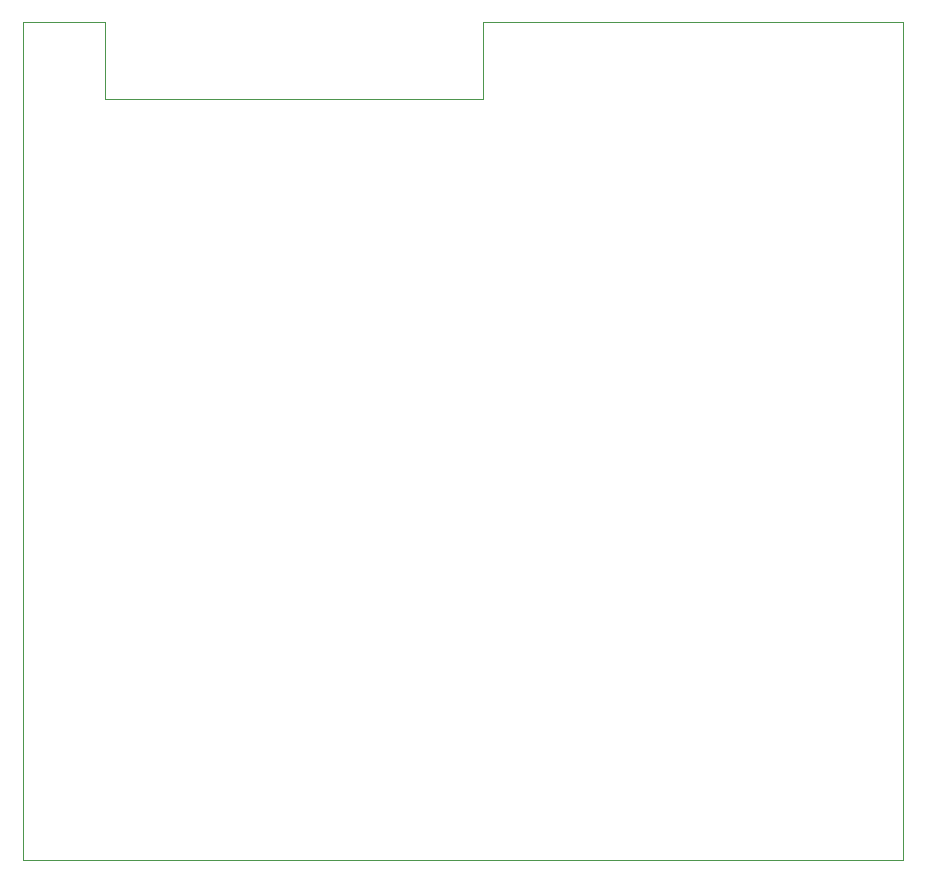
<source format=gm1>
G04 #@! TF.GenerationSoftware,KiCad,Pcbnew,9.0.3*
G04 #@! TF.CreationDate,2025-08-26T10:07:48-04:00*
G04 #@! TF.ProjectId,Water_controller_board,57617465-725f-4636-9f6e-74726f6c6c65,rev?*
G04 #@! TF.SameCoordinates,Original*
G04 #@! TF.FileFunction,Profile,NP*
%FSLAX46Y46*%
G04 Gerber Fmt 4.6, Leading zero omitted, Abs format (unit mm)*
G04 Created by KiCad (PCBNEW 9.0.3) date 2025-08-26 10:07:48*
%MOMM*%
%LPD*%
G01*
G04 APERTURE LIST*
G04 #@! TA.AperFunction,Profile*
%ADD10C,0.100000*%
G04 #@! TD*
G04 APERTURE END LIST*
D10*
X213248954Y-126377900D02*
X213248954Y-126877900D01*
X139248954Y-55877900D02*
X145748954Y-55877900D01*
X177748954Y-55877900D02*
X213248954Y-55877900D01*
X213248954Y-55877900D02*
X213248954Y-126377900D01*
X177748954Y-62377900D02*
X145748954Y-62377900D01*
X138748954Y-55877900D02*
X139248954Y-55877900D01*
X177748954Y-55877900D02*
X177748954Y-62377900D01*
X138748954Y-126877900D02*
X213248954Y-126877900D01*
X138748954Y-126877900D02*
X138748954Y-55877900D01*
X145748954Y-62377900D02*
X145748954Y-55877900D01*
M02*

</source>
